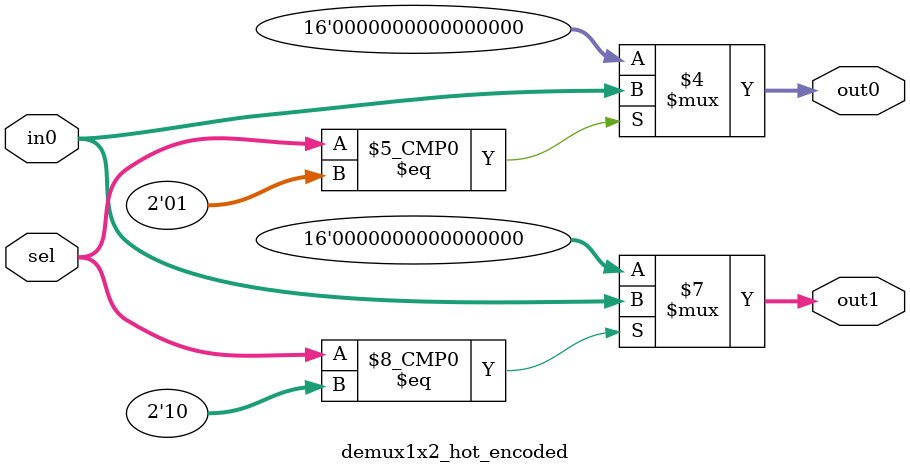
<source format=sv>
module demux1x2_hot_encoded #(
    parameter DATA_WIDTH = 16
)(
    input  logic [1:0] sel,                   
    input  logic [DATA_WIDTH-1:0] in0,       
    output logic [DATA_WIDTH-1:0] out0,   
    output logic [DATA_WIDTH-1:0] out1  
);

    always_comb begin
        out0 = '0;
        out1 = '0;

        case (sel)
            2'b01: out0 = in0;  
            2'b10: out1 = in0; 
            default: begin
                out0 = {DATA_WIDTH{1'b0}};
                out1 = {DATA_WIDTH{1'b0}};
            end
        endcase
    end

endmodule

</source>
